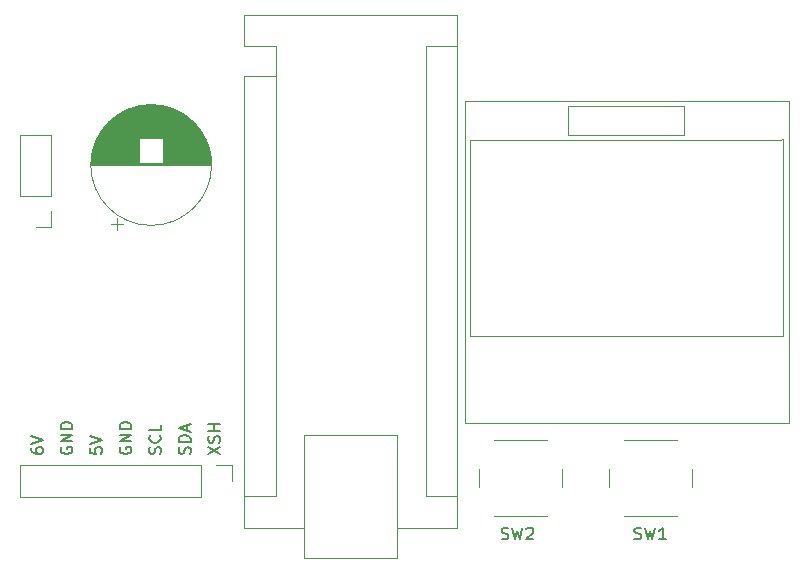
<source format=gbr>
%TF.GenerationSoftware,KiCad,Pcbnew,9.0.4-9.0.4-0~ubuntu22.04.1*%
%TF.CreationDate,2025-11-01T21:49:49+01:00*%
%TF.ProjectId,AutomatedBlinds,4175746f-6d61-4746-9564-426c696e6473,rev?*%
%TF.SameCoordinates,Original*%
%TF.FileFunction,Legend,Top*%
%TF.FilePolarity,Positive*%
%FSLAX46Y46*%
G04 Gerber Fmt 4.6, Leading zero omitted, Abs format (unit mm)*
G04 Created by KiCad (PCBNEW 9.0.4-9.0.4-0~ubuntu22.04.1) date 2025-11-01 21:49:49*
%MOMM*%
%LPD*%
G01*
G04 APERTURE LIST*
%ADD10C,0.150000*%
%ADD11C,0.120000*%
G04 APERTURE END LIST*
D10*
X138829819Y-105758458D02*
X139829819Y-105091792D01*
X138829819Y-105091792D02*
X139829819Y-105758458D01*
X139782200Y-104758458D02*
X139829819Y-104615601D01*
X139829819Y-104615601D02*
X139829819Y-104377506D01*
X139829819Y-104377506D02*
X139782200Y-104282268D01*
X139782200Y-104282268D02*
X139734580Y-104234649D01*
X139734580Y-104234649D02*
X139639342Y-104187030D01*
X139639342Y-104187030D02*
X139544104Y-104187030D01*
X139544104Y-104187030D02*
X139448866Y-104234649D01*
X139448866Y-104234649D02*
X139401247Y-104282268D01*
X139401247Y-104282268D02*
X139353628Y-104377506D01*
X139353628Y-104377506D02*
X139306009Y-104567982D01*
X139306009Y-104567982D02*
X139258390Y-104663220D01*
X139258390Y-104663220D02*
X139210771Y-104710839D01*
X139210771Y-104710839D02*
X139115533Y-104758458D01*
X139115533Y-104758458D02*
X139020295Y-104758458D01*
X139020295Y-104758458D02*
X138925057Y-104710839D01*
X138925057Y-104710839D02*
X138877438Y-104663220D01*
X138877438Y-104663220D02*
X138829819Y-104567982D01*
X138829819Y-104567982D02*
X138829819Y-104329887D01*
X138829819Y-104329887D02*
X138877438Y-104187030D01*
X139829819Y-103758458D02*
X138829819Y-103758458D01*
X139306009Y-103758458D02*
X139306009Y-103187030D01*
X139829819Y-103187030D02*
X138829819Y-103187030D01*
X137282200Y-105710839D02*
X137329819Y-105567982D01*
X137329819Y-105567982D02*
X137329819Y-105329887D01*
X137329819Y-105329887D02*
X137282200Y-105234649D01*
X137282200Y-105234649D02*
X137234580Y-105187030D01*
X137234580Y-105187030D02*
X137139342Y-105139411D01*
X137139342Y-105139411D02*
X137044104Y-105139411D01*
X137044104Y-105139411D02*
X136948866Y-105187030D01*
X136948866Y-105187030D02*
X136901247Y-105234649D01*
X136901247Y-105234649D02*
X136853628Y-105329887D01*
X136853628Y-105329887D02*
X136806009Y-105520363D01*
X136806009Y-105520363D02*
X136758390Y-105615601D01*
X136758390Y-105615601D02*
X136710771Y-105663220D01*
X136710771Y-105663220D02*
X136615533Y-105710839D01*
X136615533Y-105710839D02*
X136520295Y-105710839D01*
X136520295Y-105710839D02*
X136425057Y-105663220D01*
X136425057Y-105663220D02*
X136377438Y-105615601D01*
X136377438Y-105615601D02*
X136329819Y-105520363D01*
X136329819Y-105520363D02*
X136329819Y-105282268D01*
X136329819Y-105282268D02*
X136377438Y-105139411D01*
X137329819Y-104710839D02*
X136329819Y-104710839D01*
X136329819Y-104710839D02*
X136329819Y-104472744D01*
X136329819Y-104472744D02*
X136377438Y-104329887D01*
X136377438Y-104329887D02*
X136472676Y-104234649D01*
X136472676Y-104234649D02*
X136567914Y-104187030D01*
X136567914Y-104187030D02*
X136758390Y-104139411D01*
X136758390Y-104139411D02*
X136901247Y-104139411D01*
X136901247Y-104139411D02*
X137091723Y-104187030D01*
X137091723Y-104187030D02*
X137186961Y-104234649D01*
X137186961Y-104234649D02*
X137282200Y-104329887D01*
X137282200Y-104329887D02*
X137329819Y-104472744D01*
X137329819Y-104472744D02*
X137329819Y-104710839D01*
X137044104Y-103758458D02*
X137044104Y-103282268D01*
X137329819Y-103853696D02*
X136329819Y-103520363D01*
X136329819Y-103520363D02*
X137329819Y-103187030D01*
X134782200Y-105710839D02*
X134829819Y-105567982D01*
X134829819Y-105567982D02*
X134829819Y-105329887D01*
X134829819Y-105329887D02*
X134782200Y-105234649D01*
X134782200Y-105234649D02*
X134734580Y-105187030D01*
X134734580Y-105187030D02*
X134639342Y-105139411D01*
X134639342Y-105139411D02*
X134544104Y-105139411D01*
X134544104Y-105139411D02*
X134448866Y-105187030D01*
X134448866Y-105187030D02*
X134401247Y-105234649D01*
X134401247Y-105234649D02*
X134353628Y-105329887D01*
X134353628Y-105329887D02*
X134306009Y-105520363D01*
X134306009Y-105520363D02*
X134258390Y-105615601D01*
X134258390Y-105615601D02*
X134210771Y-105663220D01*
X134210771Y-105663220D02*
X134115533Y-105710839D01*
X134115533Y-105710839D02*
X134020295Y-105710839D01*
X134020295Y-105710839D02*
X133925057Y-105663220D01*
X133925057Y-105663220D02*
X133877438Y-105615601D01*
X133877438Y-105615601D02*
X133829819Y-105520363D01*
X133829819Y-105520363D02*
X133829819Y-105282268D01*
X133829819Y-105282268D02*
X133877438Y-105139411D01*
X134734580Y-104139411D02*
X134782200Y-104187030D01*
X134782200Y-104187030D02*
X134829819Y-104329887D01*
X134829819Y-104329887D02*
X134829819Y-104425125D01*
X134829819Y-104425125D02*
X134782200Y-104567982D01*
X134782200Y-104567982D02*
X134686961Y-104663220D01*
X134686961Y-104663220D02*
X134591723Y-104710839D01*
X134591723Y-104710839D02*
X134401247Y-104758458D01*
X134401247Y-104758458D02*
X134258390Y-104758458D01*
X134258390Y-104758458D02*
X134067914Y-104710839D01*
X134067914Y-104710839D02*
X133972676Y-104663220D01*
X133972676Y-104663220D02*
X133877438Y-104567982D01*
X133877438Y-104567982D02*
X133829819Y-104425125D01*
X133829819Y-104425125D02*
X133829819Y-104329887D01*
X133829819Y-104329887D02*
X133877438Y-104187030D01*
X133877438Y-104187030D02*
X133925057Y-104139411D01*
X134829819Y-103234649D02*
X134829819Y-103710839D01*
X134829819Y-103710839D02*
X133829819Y-103710839D01*
X128829819Y-105187030D02*
X128829819Y-105663220D01*
X128829819Y-105663220D02*
X129306009Y-105710839D01*
X129306009Y-105710839D02*
X129258390Y-105663220D01*
X129258390Y-105663220D02*
X129210771Y-105567982D01*
X129210771Y-105567982D02*
X129210771Y-105329887D01*
X129210771Y-105329887D02*
X129258390Y-105234649D01*
X129258390Y-105234649D02*
X129306009Y-105187030D01*
X129306009Y-105187030D02*
X129401247Y-105139411D01*
X129401247Y-105139411D02*
X129639342Y-105139411D01*
X129639342Y-105139411D02*
X129734580Y-105187030D01*
X129734580Y-105187030D02*
X129782200Y-105234649D01*
X129782200Y-105234649D02*
X129829819Y-105329887D01*
X129829819Y-105329887D02*
X129829819Y-105567982D01*
X129829819Y-105567982D02*
X129782200Y-105663220D01*
X129782200Y-105663220D02*
X129734580Y-105710839D01*
X128829819Y-104853696D02*
X129829819Y-104520363D01*
X129829819Y-104520363D02*
X128829819Y-104187030D01*
X131377438Y-105139411D02*
X131329819Y-105234649D01*
X131329819Y-105234649D02*
X131329819Y-105377506D01*
X131329819Y-105377506D02*
X131377438Y-105520363D01*
X131377438Y-105520363D02*
X131472676Y-105615601D01*
X131472676Y-105615601D02*
X131567914Y-105663220D01*
X131567914Y-105663220D02*
X131758390Y-105710839D01*
X131758390Y-105710839D02*
X131901247Y-105710839D01*
X131901247Y-105710839D02*
X132091723Y-105663220D01*
X132091723Y-105663220D02*
X132186961Y-105615601D01*
X132186961Y-105615601D02*
X132282200Y-105520363D01*
X132282200Y-105520363D02*
X132329819Y-105377506D01*
X132329819Y-105377506D02*
X132329819Y-105282268D01*
X132329819Y-105282268D02*
X132282200Y-105139411D01*
X132282200Y-105139411D02*
X132234580Y-105091792D01*
X132234580Y-105091792D02*
X131901247Y-105091792D01*
X131901247Y-105091792D02*
X131901247Y-105282268D01*
X132329819Y-104663220D02*
X131329819Y-104663220D01*
X131329819Y-104663220D02*
X132329819Y-104091792D01*
X132329819Y-104091792D02*
X131329819Y-104091792D01*
X132329819Y-103615601D02*
X131329819Y-103615601D01*
X131329819Y-103615601D02*
X131329819Y-103377506D01*
X131329819Y-103377506D02*
X131377438Y-103234649D01*
X131377438Y-103234649D02*
X131472676Y-103139411D01*
X131472676Y-103139411D02*
X131567914Y-103091792D01*
X131567914Y-103091792D02*
X131758390Y-103044173D01*
X131758390Y-103044173D02*
X131901247Y-103044173D01*
X131901247Y-103044173D02*
X132091723Y-103091792D01*
X132091723Y-103091792D02*
X132186961Y-103139411D01*
X132186961Y-103139411D02*
X132282200Y-103234649D01*
X132282200Y-103234649D02*
X132329819Y-103377506D01*
X132329819Y-103377506D02*
X132329819Y-103615601D01*
X126377438Y-105139411D02*
X126329819Y-105234649D01*
X126329819Y-105234649D02*
X126329819Y-105377506D01*
X126329819Y-105377506D02*
X126377438Y-105520363D01*
X126377438Y-105520363D02*
X126472676Y-105615601D01*
X126472676Y-105615601D02*
X126567914Y-105663220D01*
X126567914Y-105663220D02*
X126758390Y-105710839D01*
X126758390Y-105710839D02*
X126901247Y-105710839D01*
X126901247Y-105710839D02*
X127091723Y-105663220D01*
X127091723Y-105663220D02*
X127186961Y-105615601D01*
X127186961Y-105615601D02*
X127282200Y-105520363D01*
X127282200Y-105520363D02*
X127329819Y-105377506D01*
X127329819Y-105377506D02*
X127329819Y-105282268D01*
X127329819Y-105282268D02*
X127282200Y-105139411D01*
X127282200Y-105139411D02*
X127234580Y-105091792D01*
X127234580Y-105091792D02*
X126901247Y-105091792D01*
X126901247Y-105091792D02*
X126901247Y-105282268D01*
X127329819Y-104663220D02*
X126329819Y-104663220D01*
X126329819Y-104663220D02*
X127329819Y-104091792D01*
X127329819Y-104091792D02*
X126329819Y-104091792D01*
X127329819Y-103615601D02*
X126329819Y-103615601D01*
X126329819Y-103615601D02*
X126329819Y-103377506D01*
X126329819Y-103377506D02*
X126377438Y-103234649D01*
X126377438Y-103234649D02*
X126472676Y-103139411D01*
X126472676Y-103139411D02*
X126567914Y-103091792D01*
X126567914Y-103091792D02*
X126758390Y-103044173D01*
X126758390Y-103044173D02*
X126901247Y-103044173D01*
X126901247Y-103044173D02*
X127091723Y-103091792D01*
X127091723Y-103091792D02*
X127186961Y-103139411D01*
X127186961Y-103139411D02*
X127282200Y-103234649D01*
X127282200Y-103234649D02*
X127329819Y-103377506D01*
X127329819Y-103377506D02*
X127329819Y-103615601D01*
X123829819Y-105234649D02*
X123829819Y-105425125D01*
X123829819Y-105425125D02*
X123877438Y-105520363D01*
X123877438Y-105520363D02*
X123925057Y-105567982D01*
X123925057Y-105567982D02*
X124067914Y-105663220D01*
X124067914Y-105663220D02*
X124258390Y-105710839D01*
X124258390Y-105710839D02*
X124639342Y-105710839D01*
X124639342Y-105710839D02*
X124734580Y-105663220D01*
X124734580Y-105663220D02*
X124782200Y-105615601D01*
X124782200Y-105615601D02*
X124829819Y-105520363D01*
X124829819Y-105520363D02*
X124829819Y-105329887D01*
X124829819Y-105329887D02*
X124782200Y-105234649D01*
X124782200Y-105234649D02*
X124734580Y-105187030D01*
X124734580Y-105187030D02*
X124639342Y-105139411D01*
X124639342Y-105139411D02*
X124401247Y-105139411D01*
X124401247Y-105139411D02*
X124306009Y-105187030D01*
X124306009Y-105187030D02*
X124258390Y-105234649D01*
X124258390Y-105234649D02*
X124210771Y-105329887D01*
X124210771Y-105329887D02*
X124210771Y-105520363D01*
X124210771Y-105520363D02*
X124258390Y-105615601D01*
X124258390Y-105615601D02*
X124306009Y-105663220D01*
X124306009Y-105663220D02*
X124401247Y-105710839D01*
X123829819Y-104853696D02*
X124829819Y-104520363D01*
X124829819Y-104520363D02*
X123829819Y-104187030D01*
X163666667Y-112907200D02*
X163809524Y-112954819D01*
X163809524Y-112954819D02*
X164047619Y-112954819D01*
X164047619Y-112954819D02*
X164142857Y-112907200D01*
X164142857Y-112907200D02*
X164190476Y-112859580D01*
X164190476Y-112859580D02*
X164238095Y-112764342D01*
X164238095Y-112764342D02*
X164238095Y-112669104D01*
X164238095Y-112669104D02*
X164190476Y-112573866D01*
X164190476Y-112573866D02*
X164142857Y-112526247D01*
X164142857Y-112526247D02*
X164047619Y-112478628D01*
X164047619Y-112478628D02*
X163857143Y-112431009D01*
X163857143Y-112431009D02*
X163761905Y-112383390D01*
X163761905Y-112383390D02*
X163714286Y-112335771D01*
X163714286Y-112335771D02*
X163666667Y-112240533D01*
X163666667Y-112240533D02*
X163666667Y-112145295D01*
X163666667Y-112145295D02*
X163714286Y-112050057D01*
X163714286Y-112050057D02*
X163761905Y-112002438D01*
X163761905Y-112002438D02*
X163857143Y-111954819D01*
X163857143Y-111954819D02*
X164095238Y-111954819D01*
X164095238Y-111954819D02*
X164238095Y-112002438D01*
X164571429Y-111954819D02*
X164809524Y-112954819D01*
X164809524Y-112954819D02*
X165000000Y-112240533D01*
X165000000Y-112240533D02*
X165190476Y-112954819D01*
X165190476Y-112954819D02*
X165428572Y-111954819D01*
X165761905Y-112050057D02*
X165809524Y-112002438D01*
X165809524Y-112002438D02*
X165904762Y-111954819D01*
X165904762Y-111954819D02*
X166142857Y-111954819D01*
X166142857Y-111954819D02*
X166238095Y-112002438D01*
X166238095Y-112002438D02*
X166285714Y-112050057D01*
X166285714Y-112050057D02*
X166333333Y-112145295D01*
X166333333Y-112145295D02*
X166333333Y-112240533D01*
X166333333Y-112240533D02*
X166285714Y-112383390D01*
X166285714Y-112383390D02*
X165714286Y-112954819D01*
X165714286Y-112954819D02*
X166333333Y-112954819D01*
X174916667Y-112907200D02*
X175059524Y-112954819D01*
X175059524Y-112954819D02*
X175297619Y-112954819D01*
X175297619Y-112954819D02*
X175392857Y-112907200D01*
X175392857Y-112907200D02*
X175440476Y-112859580D01*
X175440476Y-112859580D02*
X175488095Y-112764342D01*
X175488095Y-112764342D02*
X175488095Y-112669104D01*
X175488095Y-112669104D02*
X175440476Y-112573866D01*
X175440476Y-112573866D02*
X175392857Y-112526247D01*
X175392857Y-112526247D02*
X175297619Y-112478628D01*
X175297619Y-112478628D02*
X175107143Y-112431009D01*
X175107143Y-112431009D02*
X175011905Y-112383390D01*
X175011905Y-112383390D02*
X174964286Y-112335771D01*
X174964286Y-112335771D02*
X174916667Y-112240533D01*
X174916667Y-112240533D02*
X174916667Y-112145295D01*
X174916667Y-112145295D02*
X174964286Y-112050057D01*
X174964286Y-112050057D02*
X175011905Y-112002438D01*
X175011905Y-112002438D02*
X175107143Y-111954819D01*
X175107143Y-111954819D02*
X175345238Y-111954819D01*
X175345238Y-111954819D02*
X175488095Y-112002438D01*
X175821429Y-111954819D02*
X176059524Y-112954819D01*
X176059524Y-112954819D02*
X176250000Y-112240533D01*
X176250000Y-112240533D02*
X176440476Y-112954819D01*
X176440476Y-112954819D02*
X176678572Y-111954819D01*
X177583333Y-112954819D02*
X177011905Y-112954819D01*
X177297619Y-112954819D02*
X177297619Y-111954819D01*
X177297619Y-111954819D02*
X177202381Y-112097676D01*
X177202381Y-112097676D02*
X177107143Y-112192914D01*
X177107143Y-112192914D02*
X177011905Y-112240533D01*
D11*
%TO.C,A1*%
X144530000Y-73730000D02*
X144530000Y-109290000D01*
X146940000Y-104080000D02*
X154820000Y-104080000D01*
X141860000Y-68520000D02*
X141860000Y-71190000D01*
X141860000Y-111960000D02*
X146940000Y-111960000D01*
X159900000Y-68520000D02*
X141860000Y-68520000D01*
X144530000Y-73730000D02*
X141860000Y-73730000D01*
X157230000Y-71190000D02*
X159900000Y-71190000D01*
X157230000Y-109290000D02*
X159900000Y-109290000D01*
X144530000Y-73730000D02*
X144530000Y-71190000D01*
X157230000Y-71190000D02*
X157230000Y-109290000D01*
X144530000Y-109290000D02*
X141860000Y-109290000D01*
X141860000Y-73730000D02*
X141860000Y-111960000D01*
X159900000Y-111960000D02*
X154820000Y-111960000D01*
X154820000Y-104080000D02*
X154820000Y-114500000D01*
X146940000Y-114500000D02*
X146940000Y-104080000D01*
X159900000Y-111960000D02*
X159900000Y-68520000D01*
X154820000Y-114500000D02*
X146940000Y-114500000D01*
X144530000Y-71190000D02*
X141860000Y-71190000D01*
%TO.C,J4*%
X138230000Y-109330000D02*
X122930000Y-109330000D01*
X139500000Y-106670000D02*
X140830000Y-106670000D01*
X122930000Y-106670000D02*
X122930000Y-109330000D01*
X140830000Y-106670000D02*
X140830000Y-108000000D01*
X138230000Y-106670000D02*
X122930000Y-106670000D01*
X138230000Y-106670000D02*
X138230000Y-109330000D01*
%TO.C,SW2*%
X167500000Y-104500000D02*
X163000000Y-104500000D01*
X163000000Y-111000000D02*
X167500000Y-111000000D01*
X168750000Y-108500000D02*
X168750000Y-107000000D01*
X161750000Y-107000000D02*
X161750000Y-108500000D01*
%TO.C,SW1*%
X178500000Y-104500000D02*
X174000000Y-104500000D01*
X174000000Y-111000000D02*
X178500000Y-111000000D01*
X179750000Y-108500000D02*
X179750000Y-107000000D01*
X172750000Y-107000000D02*
X172750000Y-108500000D01*
%TO.C,C1*%
X130625000Y-86229646D02*
X131625000Y-86229646D01*
X135040000Y-79449000D02*
X138754000Y-79449000D01*
X128927000Y-80970000D02*
X132960000Y-80970000D01*
X135040000Y-80810000D02*
X139062000Y-80810000D01*
X132370000Y-76409000D02*
X135630000Y-76409000D01*
X131055000Y-77089000D02*
X136945000Y-77089000D01*
X129560000Y-78769000D02*
X138440000Y-78769000D01*
X135040000Y-79889000D02*
X138897000Y-79889000D01*
X130142000Y-77929000D02*
X137858000Y-77929000D01*
X129035000Y-80169000D02*
X132960000Y-80169000D01*
X129455000Y-78969000D02*
X132960000Y-78969000D01*
X135040000Y-78969000D02*
X138545000Y-78969000D01*
X131635000Y-76729000D02*
X136365000Y-76729000D01*
X131711000Y-76689000D02*
X136289000Y-76689000D01*
X131000000Y-77129000D02*
X137000000Y-77129000D01*
X129072000Y-80009000D02*
X132960000Y-80009000D01*
X135040000Y-79129000D02*
X138621000Y-79129000D01*
X129920000Y-78209000D02*
X138080000Y-78209000D01*
X130794000Y-77289000D02*
X137206000Y-77289000D01*
X129189000Y-79609000D02*
X132960000Y-79609000D01*
X128970000Y-80529000D02*
X132960000Y-80529000D01*
X135040000Y-80570000D02*
X139035000Y-80570000D01*
X135040000Y-79569000D02*
X138797000Y-79569000D01*
X129082000Y-79969000D02*
X132960000Y-79969000D01*
X135040000Y-79329000D02*
X138707000Y-79329000D01*
X129361000Y-79169000D02*
X132960000Y-79169000D01*
X130522000Y-77529000D02*
X137478000Y-77529000D01*
X135040000Y-79049000D02*
X138584000Y-79049000D01*
X129416000Y-79049000D02*
X132960000Y-79049000D01*
X135040000Y-80169000D02*
X138965000Y-80169000D01*
X129163000Y-79689000D02*
X132960000Y-79689000D01*
X129232000Y-79489000D02*
X132960000Y-79489000D01*
X135040000Y-80730000D02*
X139054000Y-80730000D01*
X129753000Y-78449000D02*
X138247000Y-78449000D01*
X130746000Y-77329000D02*
X137254000Y-77329000D01*
X129538000Y-78809000D02*
X138462000Y-78809000D01*
X135040000Y-80529000D02*
X139030000Y-80529000D01*
X132770000Y-76289000D02*
X135230000Y-76289000D01*
X135040000Y-79009000D02*
X138564000Y-79009000D01*
X129003000Y-80329000D02*
X132960000Y-80329000D01*
X128976000Y-80489000D02*
X132960000Y-80489000D01*
X135040000Y-80610000D02*
X139040000Y-80610000D01*
X129496000Y-78889000D02*
X138504000Y-78889000D01*
X131490000Y-76809000D02*
X136510000Y-76809000D01*
X131791000Y-76649000D02*
X136209000Y-76649000D01*
X128921000Y-81130000D02*
X139079000Y-81130000D01*
X129379000Y-79129000D02*
X132960000Y-79129000D01*
X128920000Y-81250000D02*
X139080000Y-81250000D01*
X129475000Y-78929000D02*
X138525000Y-78929000D01*
X129629000Y-78649000D02*
X138371000Y-78649000D01*
X129834000Y-78329000D02*
X138166000Y-78329000D01*
X129138000Y-79769000D02*
X132960000Y-79769000D01*
X135040000Y-79209000D02*
X138657000Y-79209000D01*
X135040000Y-80209000D02*
X138974000Y-80209000D01*
X132938000Y-76249000D02*
X135062000Y-76249000D01*
X135040000Y-80129000D02*
X138956000Y-80129000D01*
X128942000Y-80770000D02*
X132960000Y-80770000D01*
X129517000Y-78849000D02*
X138483000Y-78849000D01*
X130439000Y-77609000D02*
X137561000Y-77609000D01*
X128946000Y-80730000D02*
X132960000Y-80730000D01*
X129203000Y-79569000D02*
X132960000Y-79569000D01*
X128920000Y-81170000D02*
X139080000Y-81170000D01*
X131561000Y-76769000D02*
X136439000Y-76769000D01*
X135040000Y-79169000D02*
X138639000Y-79169000D01*
X128932000Y-80890000D02*
X132960000Y-80890000D01*
X135040000Y-80289000D02*
X138990000Y-80289000D01*
X131291000Y-76929000D02*
X136709000Y-76929000D01*
X130608000Y-77449000D02*
X137392000Y-77449000D01*
X135040000Y-80369000D02*
X139004000Y-80369000D01*
X133401000Y-76169000D02*
X134599000Y-76169000D01*
X135040000Y-80930000D02*
X139070000Y-80930000D01*
X135040000Y-80690000D02*
X139050000Y-80690000D01*
X129397000Y-79089000D02*
X132960000Y-79089000D01*
X129150000Y-79729000D02*
X132960000Y-79729000D01*
X135040000Y-79289000D02*
X138690000Y-79289000D01*
X129702000Y-78529000D02*
X138298000Y-78529000D01*
X129605000Y-78689000D02*
X138395000Y-78689000D01*
X130360000Y-77689000D02*
X137640000Y-77689000D01*
X135040000Y-80089000D02*
X138947000Y-80089000D01*
X135040000Y-79809000D02*
X138874000Y-79809000D01*
X135040000Y-80249000D02*
X138982000Y-80249000D01*
X135040000Y-80770000D02*
X139058000Y-80770000D01*
X135040000Y-80890000D02*
X139068000Y-80890000D01*
X130321000Y-77729000D02*
X137679000Y-77729000D01*
X131421000Y-76849000D02*
X136579000Y-76849000D01*
X135040000Y-79369000D02*
X138723000Y-79369000D01*
X129217000Y-79529000D02*
X132960000Y-79529000D01*
X135040000Y-79649000D02*
X138824000Y-79649000D01*
X129310000Y-79289000D02*
X132960000Y-79289000D01*
X129436000Y-79009000D02*
X132960000Y-79009000D01*
X135040000Y-79409000D02*
X138738000Y-79409000D01*
X135040000Y-79249000D02*
X138674000Y-79249000D01*
X129126000Y-79809000D02*
X132960000Y-79809000D01*
X131125000Y-86729646D02*
X131125000Y-85729646D01*
X129093000Y-79929000D02*
X132960000Y-79929000D01*
X132490000Y-76369000D02*
X135510000Y-76369000D01*
X130043000Y-78049000D02*
X137957000Y-78049000D01*
X135040000Y-79769000D02*
X138862000Y-79769000D01*
X128965000Y-80570000D02*
X132960000Y-80570000D01*
X129862000Y-78289000D02*
X138138000Y-78289000D01*
X130894000Y-77209000D02*
X137106000Y-77209000D01*
X129727000Y-78489000D02*
X138273000Y-78489000D01*
X128996000Y-80369000D02*
X132960000Y-80369000D01*
X130653000Y-77409000D02*
X137347000Y-77409000D01*
X135040000Y-79089000D02*
X138603000Y-79089000D01*
X132154000Y-76489000D02*
X135846000Y-76489000D01*
X129062000Y-80049000D02*
X132960000Y-80049000D01*
X128922000Y-81090000D02*
X139078000Y-81090000D01*
X131355000Y-76889000D02*
X136645000Y-76889000D01*
X129890000Y-78249000D02*
X138110000Y-78249000D01*
X130075000Y-78009000D02*
X137925000Y-78009000D01*
X130399000Y-77649000D02*
X137601000Y-77649000D01*
X135040000Y-79969000D02*
X138918000Y-79969000D01*
X129950000Y-78169000D02*
X138050000Y-78169000D01*
X130564000Y-77489000D02*
X137436000Y-77489000D01*
X135040000Y-80409000D02*
X139011000Y-80409000D01*
X135040000Y-80049000D02*
X138938000Y-80049000D01*
X129779000Y-78409000D02*
X138221000Y-78409000D01*
X130108000Y-77969000D02*
X137892000Y-77969000D01*
X130946000Y-77169000D02*
X137054000Y-77169000D01*
X129293000Y-79329000D02*
X132960000Y-79329000D01*
X135040000Y-81010000D02*
X139075000Y-81010000D01*
X129326000Y-79249000D02*
X132960000Y-79249000D01*
X128960000Y-80610000D02*
X132960000Y-80610000D01*
X135040000Y-80970000D02*
X139073000Y-80970000D01*
X129026000Y-80209000D02*
X132960000Y-80209000D01*
X128989000Y-80409000D02*
X132960000Y-80409000D01*
X130011000Y-78089000D02*
X137989000Y-78089000D01*
X131963000Y-76569000D02*
X136037000Y-76569000D01*
X129246000Y-79449000D02*
X132960000Y-79449000D01*
X130844000Y-77249000D02*
X137156000Y-77249000D01*
X130480000Y-77569000D02*
X137520000Y-77569000D01*
X135040000Y-79729000D02*
X138850000Y-79729000D01*
X129176000Y-79649000D02*
X132960000Y-79649000D01*
X135040000Y-80489000D02*
X139024000Y-80489000D01*
X128920000Y-81210000D02*
X139080000Y-81210000D01*
X128950000Y-80690000D02*
X132960000Y-80690000D01*
X129010000Y-80289000D02*
X132960000Y-80289000D01*
X132056000Y-76529000D02*
X135944000Y-76529000D01*
X132258000Y-76449000D02*
X135742000Y-76449000D01*
X129018000Y-80249000D02*
X132960000Y-80249000D01*
X135040000Y-80449000D02*
X139018000Y-80449000D01*
X128925000Y-81010000D02*
X132960000Y-81010000D01*
X128935000Y-80850000D02*
X132960000Y-80850000D01*
X130211000Y-77849000D02*
X137789000Y-77849000D01*
X129343000Y-79209000D02*
X132960000Y-79209000D01*
X135040000Y-79689000D02*
X138837000Y-79689000D01*
X130176000Y-77889000D02*
X137824000Y-77889000D01*
X129103000Y-79889000D02*
X132960000Y-79889000D01*
X133138000Y-76209000D02*
X134862000Y-76209000D01*
X129262000Y-79409000D02*
X132960000Y-79409000D01*
X135040000Y-79489000D02*
X138768000Y-79489000D01*
X131230000Y-76969000D02*
X136770000Y-76969000D01*
X129653000Y-78609000D02*
X138347000Y-78609000D01*
X135040000Y-80329000D02*
X138997000Y-80329000D01*
X135040000Y-80850000D02*
X139065000Y-80850000D01*
X128923000Y-81050000D02*
X139077000Y-81050000D01*
X132622000Y-76329000D02*
X135378000Y-76329000D01*
X135040000Y-79609000D02*
X138811000Y-79609000D01*
X129806000Y-78369000D02*
X138194000Y-78369000D01*
X129583000Y-78729000D02*
X138417000Y-78729000D01*
X130284000Y-77769000D02*
X137716000Y-77769000D01*
X129044000Y-80129000D02*
X132960000Y-80129000D01*
X135040000Y-79849000D02*
X138885000Y-79849000D01*
X129677000Y-78569000D02*
X138323000Y-78569000D01*
X135040000Y-79529000D02*
X138783000Y-79529000D01*
X128938000Y-80810000D02*
X132960000Y-80810000D01*
X128930000Y-80930000D02*
X132960000Y-80930000D01*
X129053000Y-80089000D02*
X132960000Y-80089000D01*
X129980000Y-78129000D02*
X138020000Y-78129000D01*
X131111000Y-77049000D02*
X136889000Y-77049000D01*
X129115000Y-79849000D02*
X132960000Y-79849000D01*
X129277000Y-79369000D02*
X132960000Y-79369000D01*
X135040000Y-79929000D02*
X138907000Y-79929000D01*
X131875000Y-76609000D02*
X136125000Y-76609000D01*
X130699000Y-77369000D02*
X137301000Y-77369000D01*
X128982000Y-80449000D02*
X132960000Y-80449000D01*
X128955000Y-80650000D02*
X132960000Y-80650000D01*
X131170000Y-77009000D02*
X136830000Y-77009000D01*
X135040000Y-80650000D02*
X139045000Y-80650000D01*
X130247000Y-77809000D02*
X137753000Y-77809000D01*
X135040000Y-80009000D02*
X138928000Y-80009000D01*
X139120000Y-81250000D02*
G75*
G02*
X128880000Y-81250000I-5120000J0D01*
G01*
X128880000Y-81250000D02*
G75*
G02*
X139120000Y-81250000I5120000J0D01*
G01*
%TO.C,Brd1*%
X187462000Y-79083000D02*
X187208000Y-79095000D01*
X187462000Y-95720000D02*
X187462000Y-79083000D01*
X184122000Y-95695000D02*
X187462000Y-95720000D01*
X184122000Y-79095000D02*
X187208000Y-79095000D01*
X169301000Y-76289000D02*
X169301000Y-78702000D01*
X179080000Y-78702000D02*
X169301000Y-78702000D01*
X179080000Y-76289000D02*
X179080000Y-78702000D01*
X169301000Y-76289000D02*
X179080000Y-76289000D01*
X161022000Y-79095000D02*
X184122000Y-79095000D01*
X161022000Y-95695000D02*
X161022000Y-79095000D01*
X184122000Y-95695000D02*
X161022000Y-95695000D01*
X160600000Y-103100000D02*
X160600000Y-75800000D01*
X188000000Y-103100000D02*
X160600000Y-103100000D01*
X188000000Y-75800000D02*
X188000000Y-103100000D01*
X160600000Y-75800000D02*
X188000000Y-75800000D01*
%TO.C,J2*%
X125550529Y-78741150D02*
X122890529Y-78741150D01*
X125550529Y-83881150D02*
X125550529Y-78741150D01*
X125550529Y-85151150D02*
X125550529Y-86481150D01*
X122890529Y-83881150D02*
X122890529Y-78741150D01*
X125550529Y-86481150D02*
X124220529Y-86481150D01*
X125550529Y-83881150D02*
X122890529Y-83881150D01*
%TD*%
M02*

</source>
